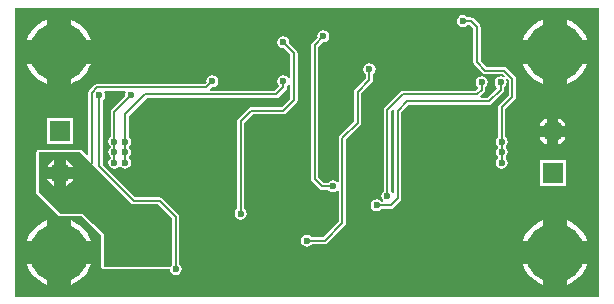
<source format=gbl>
G04*
G04 #@! TF.GenerationSoftware,Altium Limited,Altium Designer,19.1.6 (110)*
G04*
G04 Layer_Physical_Order=2*
G04 Layer_Color=16711680*
%FSLAX43Y43*%
%MOMM*%
G71*
G01*
G75*
%ADD11C,0.200*%
%ADD52C,1.800*%
%ADD53R,1.800X1.800*%
%ADD54C,5.000*%
%ADD55C,0.600*%
G36*
X49745Y255D02*
X255D01*
Y24745D01*
X49745D01*
Y255D01*
D02*
G37*
%LPC*%
G36*
X47000Y23725D02*
Y22000D01*
X48725D01*
X48592Y22321D01*
X48353Y22710D01*
X48057Y23057D01*
X47710Y23353D01*
X47321Y23592D01*
X47000Y23725D01*
D02*
G37*
G36*
X45000D02*
X44679Y23592D01*
X44290Y23353D01*
X43943Y23057D01*
X43647Y22710D01*
X43408Y22321D01*
X43275Y22000D01*
X45000D01*
Y23725D01*
D02*
G37*
G36*
X5000D02*
Y22000D01*
X6725D01*
X6592Y22321D01*
X6353Y22710D01*
X6057Y23057D01*
X5710Y23353D01*
X5321Y23592D01*
X5000Y23725D01*
D02*
G37*
G36*
X3000D02*
X2679Y23592D01*
X2290Y23353D01*
X1943Y23057D01*
X1647Y22710D01*
X1408Y22321D01*
X1275Y22000D01*
X3000D01*
Y23725D01*
D02*
G37*
G36*
X26400Y22810D02*
X26205Y22771D01*
X26040Y22660D01*
X25929Y22495D01*
X25890Y22300D01*
X25903Y22236D01*
X25434Y21766D01*
X25367Y21667D01*
X25344Y21550D01*
X25344Y21550D01*
Y10250D01*
X25344Y10250D01*
X25367Y10133D01*
X25434Y10034D01*
X26084Y9384D01*
X26183Y9317D01*
X26300Y9294D01*
X26300Y9294D01*
X26803D01*
X26840Y9240D01*
X27005Y9129D01*
X27200Y9090D01*
X27395Y9129D01*
X27560Y9240D01*
X27567Y9249D01*
X27694Y9211D01*
Y6627D01*
X26373Y5306D01*
X25397D01*
X25360Y5360D01*
X25195Y5471D01*
X25000Y5510D01*
X24805Y5471D01*
X24640Y5360D01*
X24529Y5195D01*
X24490Y5000D01*
X24529Y4805D01*
X24640Y4640D01*
X24805Y4529D01*
X25000Y4490D01*
X25195Y4529D01*
X25360Y4640D01*
X25397Y4694D01*
X26500D01*
X26500Y4694D01*
X26617Y4717D01*
X26716Y4784D01*
X28216Y6284D01*
X28216Y6284D01*
X28283Y6383D01*
X28306Y6500D01*
Y13573D01*
X29516Y14784D01*
X29583Y14883D01*
X29606Y15000D01*
Y17473D01*
X30516Y18384D01*
X30516Y18384D01*
X30583Y18483D01*
X30606Y18600D01*
Y19103D01*
X30660Y19140D01*
X30771Y19305D01*
X30810Y19500D01*
X30771Y19695D01*
X30660Y19860D01*
X30495Y19971D01*
X30300Y20010D01*
X30105Y19971D01*
X29940Y19860D01*
X29829Y19695D01*
X29790Y19500D01*
X29829Y19305D01*
X29940Y19140D01*
X29994Y19103D01*
Y18727D01*
X29084Y17816D01*
X29017Y17717D01*
X28994Y17600D01*
X28994Y17600D01*
Y15127D01*
X27784Y13916D01*
X27717Y13817D01*
X27694Y13700D01*
X27694Y13700D01*
Y9989D01*
X27567Y9951D01*
X27560Y9960D01*
X27395Y10071D01*
X27200Y10110D01*
X27005Y10071D01*
X26840Y9960D01*
X26803Y9906D01*
X26427D01*
X25956Y10377D01*
Y21423D01*
X26336Y21803D01*
X26400Y21790D01*
X26595Y21829D01*
X26760Y21940D01*
X26871Y22105D01*
X26910Y22300D01*
X26871Y22495D01*
X26760Y22660D01*
X26595Y22771D01*
X26400Y22810D01*
D02*
G37*
G36*
X38200Y24110D02*
X38005Y24071D01*
X37840Y23960D01*
X37729Y23795D01*
X37690Y23600D01*
X37729Y23405D01*
X37840Y23240D01*
X38005Y23129D01*
X38200Y23090D01*
X38395Y23129D01*
X38560Y23240D01*
X38597Y23294D01*
X38773D01*
X39094Y22973D01*
Y20100D01*
X39094Y20100D01*
X39117Y19983D01*
X39184Y19884D01*
X39884Y19184D01*
X39884Y19184D01*
X39983Y19117D01*
X40100Y19094D01*
X40100Y19094D01*
X41573D01*
X41742Y18926D01*
X41661Y18827D01*
X41595Y18871D01*
X41400Y18910D01*
X41205Y18871D01*
X41040Y18760D01*
X40929Y18595D01*
X40890Y18400D01*
X40929Y18205D01*
X41040Y18040D01*
X41047Y18034D01*
X41058Y17891D01*
X40273Y17106D01*
X39718D01*
X39665Y17233D01*
X40016Y17584D01*
X40016Y17584D01*
X40083Y17683D01*
X40106Y17800D01*
Y18003D01*
X40160Y18040D01*
X40271Y18205D01*
X40310Y18400D01*
X40271Y18595D01*
X40160Y18760D01*
X39995Y18871D01*
X39800Y18910D01*
X39605Y18871D01*
X39440Y18760D01*
X39329Y18595D01*
X39290Y18400D01*
X39329Y18205D01*
X39440Y18040D01*
X39447Y18034D01*
X39458Y17891D01*
X39273Y17706D01*
X33100D01*
X32983Y17683D01*
X32884Y17616D01*
X31584Y16316D01*
X31517Y16217D01*
X31494Y16100D01*
X31494Y16100D01*
Y9197D01*
X31440Y9160D01*
X31329Y8995D01*
X31290Y8800D01*
X31329Y8605D01*
X31440Y8440D01*
X31449Y8433D01*
X31414Y8317D01*
X31292Y8313D01*
X31260Y8360D01*
X31095Y8471D01*
X30900Y8510D01*
X30705Y8471D01*
X30540Y8360D01*
X30429Y8195D01*
X30390Y8000D01*
X30429Y7805D01*
X30540Y7640D01*
X30705Y7529D01*
X30900Y7490D01*
X31095Y7529D01*
X31260Y7640D01*
X31297Y7694D01*
X32100D01*
X32100Y7694D01*
X32217Y7717D01*
X32316Y7784D01*
X32916Y8384D01*
X32983Y8483D01*
X33006Y8600D01*
X33006Y8600D01*
Y15873D01*
X33627Y16494D01*
X40400D01*
X40400Y16494D01*
X40517Y16517D01*
X40616Y16584D01*
X41616Y17584D01*
X41616Y17584D01*
X41683Y17683D01*
X41706Y17800D01*
Y18003D01*
X41760Y18040D01*
X41871Y18205D01*
X41910Y18400D01*
X41871Y18595D01*
X41827Y18661D01*
X41926Y18742D01*
X42094Y18573D01*
Y17327D01*
X41284Y16516D01*
X41217Y16417D01*
X41194Y16300D01*
X41194Y16300D01*
Y13797D01*
X41140Y13760D01*
X41029Y13595D01*
X40990Y13400D01*
X41029Y13205D01*
X41140Y13040D01*
X41178Y13013D01*
Y12887D01*
X41140Y12860D01*
X41029Y12695D01*
X40990Y12500D01*
X41029Y12305D01*
X41140Y12140D01*
X41178Y12113D01*
Y11987D01*
X41140Y11960D01*
X41029Y11795D01*
X40990Y11600D01*
X41029Y11405D01*
X41140Y11240D01*
X41305Y11129D01*
X41500Y11090D01*
X41695Y11129D01*
X41860Y11240D01*
X41971Y11405D01*
X42010Y11600D01*
X41971Y11795D01*
X41860Y11960D01*
X41822Y11987D01*
Y12113D01*
X41860Y12140D01*
X41971Y12305D01*
X42010Y12500D01*
X41971Y12695D01*
X41860Y12860D01*
X41822Y12887D01*
Y13013D01*
X41860Y13040D01*
X41971Y13205D01*
X42010Y13400D01*
X41971Y13595D01*
X41860Y13760D01*
X41806Y13797D01*
Y16173D01*
X42616Y16984D01*
X42616Y16984D01*
X42683Y17083D01*
X42706Y17200D01*
Y18700D01*
X42683Y18817D01*
X42616Y18916D01*
X41916Y19616D01*
X41817Y19683D01*
X41700Y19706D01*
X41700Y19706D01*
X40227D01*
X39706Y20227D01*
Y23100D01*
X39683Y23217D01*
X39616Y23316D01*
X39616Y23316D01*
X39116Y23816D01*
X39017Y23883D01*
X38900Y23906D01*
X38900Y23906D01*
X38597D01*
X38560Y23960D01*
X38395Y24071D01*
X38200Y24110D01*
D02*
G37*
G36*
X23000Y22310D02*
X22805Y22271D01*
X22640Y22160D01*
X22529Y21995D01*
X22490Y21800D01*
X22529Y21605D01*
X22640Y21440D01*
X22805Y21329D01*
X23000Y21290D01*
X23064Y21303D01*
X23594Y20773D01*
Y18742D01*
X23477Y18699D01*
X23467Y18701D01*
X23360Y18860D01*
X23195Y18971D01*
X23000Y19010D01*
X22805Y18971D01*
X22640Y18860D01*
X22529Y18695D01*
X22490Y18500D01*
X22529Y18305D01*
X22640Y18140D01*
X22646Y18078D01*
X22273Y17706D01*
X16818D01*
X16765Y17833D01*
X16936Y18003D01*
X17000Y17990D01*
X17195Y18029D01*
X17360Y18140D01*
X17471Y18305D01*
X17510Y18500D01*
X17471Y18695D01*
X17360Y18860D01*
X17195Y18971D01*
X17000Y19010D01*
X16805Y18971D01*
X16640Y18860D01*
X16529Y18695D01*
X16490Y18500D01*
X16503Y18436D01*
X16373Y18306D01*
X7251D01*
X7251Y18306D01*
X7134Y18283D01*
X7035Y18216D01*
X7035Y18216D01*
X6584Y17765D01*
X6517Y17666D01*
X6494Y17549D01*
X6494Y17549D01*
Y12260D01*
X6377Y12212D01*
X5944Y12644D01*
X5944Y12644D01*
X5878Y12688D01*
X5800Y12704D01*
X2300D01*
X2222Y12688D01*
X2156Y12644D01*
X2112Y12578D01*
X2096Y12500D01*
X2096Y9000D01*
X2097Y8996D01*
X2096Y8992D01*
X2105Y8957D01*
X2112Y8922D01*
X2114Y8918D01*
X2115Y8914D01*
X2136Y8885D01*
X2156Y8856D01*
X2159Y8853D01*
X2162Y8850D01*
X4043Y7120D01*
X4074Y7100D01*
X4105Y7080D01*
X4108Y7080D01*
X4111Y7078D01*
X4147Y7073D01*
X4183Y7066D01*
X5845Y7085D01*
X7596Y5509D01*
X7596Y2800D01*
X7612Y2722D01*
X7656Y2656D01*
X7722Y2612D01*
X7800Y2596D01*
X13391D01*
X13429Y2405D01*
X13540Y2240D01*
X13705Y2129D01*
X13900Y2090D01*
X14095Y2129D01*
X14260Y2240D01*
X14371Y2405D01*
X14410Y2600D01*
X14371Y2795D01*
X14260Y2960D01*
X14206Y2997D01*
Y7025D01*
X14206Y7025D01*
X14183Y7142D01*
X14116Y7241D01*
X12766Y8591D01*
X12667Y8658D01*
X12550Y8681D01*
X12550Y8681D01*
X10452D01*
X7706Y11427D01*
Y16903D01*
X7760Y16940D01*
X7871Y17105D01*
X7910Y17300D01*
X7871Y17495D01*
X7823Y17567D01*
X7891Y17694D01*
X9609D01*
X9677Y17567D01*
X9629Y17495D01*
X9590Y17300D01*
X9603Y17236D01*
X8484Y16116D01*
X8417Y16017D01*
X8394Y15900D01*
X8394Y15900D01*
Y13797D01*
X8340Y13760D01*
X8229Y13595D01*
X8190Y13400D01*
X8229Y13205D01*
X8340Y13040D01*
X8378Y13013D01*
Y12887D01*
X8340Y12860D01*
X8229Y12695D01*
X8190Y12500D01*
X8229Y12305D01*
X8340Y12140D01*
X8378Y12113D01*
Y11987D01*
X8340Y11960D01*
X8229Y11795D01*
X8190Y11600D01*
X8229Y11405D01*
X8340Y11240D01*
X8505Y11129D01*
X8700Y11090D01*
X8895Y11129D01*
X9060Y11240D01*
X9087Y11278D01*
X9214D01*
X9240Y11240D01*
X9405Y11129D01*
X9600Y11090D01*
X9795Y11129D01*
X9960Y11240D01*
X10071Y11405D01*
X10110Y11600D01*
X10071Y11795D01*
X9960Y11960D01*
X9922Y11987D01*
Y12113D01*
X9960Y12140D01*
X10071Y12305D01*
X10110Y12500D01*
X10071Y12695D01*
X9960Y12860D01*
X9922Y12887D01*
Y13013D01*
X9960Y13040D01*
X10071Y13205D01*
X10110Y13400D01*
X10071Y13595D01*
X9960Y13760D01*
X9906Y13797D01*
Y15573D01*
X11427Y17094D01*
X22400D01*
X22400Y17094D01*
X22517Y17117D01*
X22616Y17184D01*
X23216Y17784D01*
X23216Y17784D01*
X23283Y17883D01*
X23306Y18000D01*
X23306Y18000D01*
Y18103D01*
X23360Y18140D01*
X23467Y18299D01*
X23477Y18301D01*
X23594Y18258D01*
Y17027D01*
X22873Y16306D01*
X20300D01*
X20300Y16306D01*
X20183Y16283D01*
X20084Y16216D01*
X20084Y16216D01*
X19184Y15316D01*
X19117Y15217D01*
X19094Y15100D01*
X19094Y15100D01*
Y7697D01*
X19040Y7660D01*
X18929Y7495D01*
X18890Y7300D01*
X18929Y7105D01*
X19040Y6940D01*
X19205Y6829D01*
X19400Y6790D01*
X19595Y6829D01*
X19760Y6940D01*
X19871Y7105D01*
X19910Y7300D01*
X19871Y7495D01*
X19760Y7660D01*
X19706Y7697D01*
Y14973D01*
X20427Y15694D01*
X23000D01*
X23000Y15694D01*
X23117Y15717D01*
X23216Y15784D01*
X24116Y16684D01*
X24116Y16684D01*
X24183Y16783D01*
X24206Y16900D01*
X24206Y16900D01*
Y20900D01*
X24206Y20900D01*
X24183Y21017D01*
X24116Y21116D01*
X24116Y21116D01*
X23497Y21736D01*
X23510Y21800D01*
X23471Y21995D01*
X23360Y22160D01*
X23195Y22271D01*
X23000Y22310D01*
D02*
G37*
G36*
X48725Y20000D02*
X47000D01*
Y18275D01*
X47321Y18408D01*
X47710Y18647D01*
X48057Y18943D01*
X48353Y19290D01*
X48592Y19679D01*
X48725Y20000D01*
D02*
G37*
G36*
X45000D02*
X43275D01*
X43408Y19679D01*
X43647Y19290D01*
X43943Y18943D01*
X44290Y18647D01*
X44679Y18408D01*
X45000Y18275D01*
Y20000D01*
D02*
G37*
G36*
X6725D02*
X5000D01*
Y18275D01*
X5321Y18408D01*
X5710Y18647D01*
X6057Y18943D01*
X6353Y19290D01*
X6592Y19679D01*
X6725Y20000D01*
D02*
G37*
G36*
X3000D02*
X1275D01*
X1408Y19679D01*
X1647Y19290D01*
X1943Y18943D01*
X2290Y18647D01*
X2679Y18408D01*
X3000Y18275D01*
Y20000D01*
D02*
G37*
G36*
X46300Y15342D02*
Y14750D01*
X46892D01*
X46848Y14855D01*
X46656Y15106D01*
X46405Y15298D01*
X46300Y15342D01*
D02*
G37*
G36*
X45300D02*
X45195Y15298D01*
X44944Y15106D01*
X44752Y14855D01*
X44708Y14750D01*
X45300D01*
Y15342D01*
D02*
G37*
G36*
X46892Y13750D02*
X46300D01*
Y13158D01*
X46405Y13202D01*
X46656Y13394D01*
X46848Y13645D01*
X46892Y13750D01*
D02*
G37*
G36*
X45300D02*
X44708D01*
X44752Y13645D01*
X44944Y13394D01*
X45195Y13202D01*
X45300Y13158D01*
Y13750D01*
D02*
G37*
G36*
X5225Y15350D02*
X3025D01*
Y13150D01*
X5225D01*
Y15350D01*
D02*
G37*
G36*
X46900Y11850D02*
X44700D01*
Y9650D01*
X46900D01*
Y11850D01*
D02*
G37*
G36*
X47000Y6725D02*
Y5000D01*
X48725D01*
X48592Y5321D01*
X48353Y5710D01*
X48057Y6057D01*
X47710Y6353D01*
X47321Y6592D01*
X47000Y6725D01*
D02*
G37*
G36*
X45000D02*
X44679Y6592D01*
X44290Y6353D01*
X43943Y6057D01*
X43647Y5710D01*
X43408Y5321D01*
X43275Y5000D01*
X45000D01*
Y6725D01*
D02*
G37*
G36*
X5000D02*
Y5000D01*
X6725D01*
X6592Y5321D01*
X6353Y5710D01*
X6057Y6057D01*
X5710Y6353D01*
X5321Y6592D01*
X5000Y6725D01*
D02*
G37*
G36*
X3000D02*
X2679Y6592D01*
X2290Y6353D01*
X1943Y6057D01*
X1647Y5710D01*
X1408Y5321D01*
X1275Y5000D01*
X3000D01*
Y6725D01*
D02*
G37*
G36*
X48725Y3000D02*
X47000D01*
Y1275D01*
X47321Y1408D01*
X47710Y1647D01*
X48057Y1943D01*
X48353Y2290D01*
X48592Y2679D01*
X48725Y3000D01*
D02*
G37*
G36*
X45000D02*
X43275D01*
X43408Y2679D01*
X43647Y2290D01*
X43943Y1943D01*
X44290Y1647D01*
X44679Y1408D01*
X45000Y1275D01*
Y3000D01*
D02*
G37*
G36*
X6725D02*
X5000D01*
Y1275D01*
X5321Y1408D01*
X5710Y1647D01*
X6057Y1943D01*
X6353Y2290D01*
X6592Y2679D01*
X6725Y3000D01*
D02*
G37*
G36*
X3000D02*
X1275D01*
X1408Y2679D01*
X1647Y2290D01*
X1943Y1943D01*
X2290Y1647D01*
X2679Y1408D01*
X3000Y1275D01*
Y3000D01*
D02*
G37*
%LPD*%
G36*
X32290Y16126D02*
X32394Y16000D01*
X32394Y16000D01*
Y9042D01*
X32277Y8999D01*
X32267Y9001D01*
X32160Y9160D01*
X32106Y9197D01*
Y15973D01*
X32263Y16130D01*
X32290Y16126D01*
D02*
G37*
G36*
X7000Y11300D02*
X7118Y11182D01*
X7184Y11084D01*
X10109Y8159D01*
X10109Y8159D01*
X10208Y8092D01*
X10325Y8069D01*
X10325Y8069D01*
X12423D01*
X13594Y6898D01*
Y2997D01*
X13540Y2960D01*
X13432Y2800D01*
X7800D01*
X7800Y5600D01*
X5922Y7290D01*
X4181Y7270D01*
X2300Y9000D01*
X2300Y12500D01*
X5800D01*
X7000Y11300D01*
D02*
G37*
%LPC*%
G36*
X4625Y11842D02*
Y11250D01*
X5217D01*
X5173Y11355D01*
X4981Y11606D01*
X4730Y11798D01*
X4625Y11842D01*
D02*
G37*
G36*
X3625D02*
X3520Y11798D01*
X3269Y11606D01*
X3077Y11355D01*
X3033Y11250D01*
X3625D01*
Y11842D01*
D02*
G37*
G36*
X5217Y10250D02*
X4625D01*
Y9658D01*
X4730Y9702D01*
X4981Y9894D01*
X5173Y10145D01*
X5217Y10250D01*
D02*
G37*
G36*
X3625D02*
X3033D01*
X3077Y10145D01*
X3269Y9894D01*
X3520Y9702D01*
X3625Y9658D01*
Y10250D01*
D02*
G37*
%LPD*%
D11*
X42400Y17200D02*
Y18700D01*
X41500Y16300D02*
X42400Y17200D01*
X41500Y13400D02*
Y16300D01*
X41700Y19400D02*
X42400Y18700D01*
X40100Y19400D02*
X41700D01*
X39400Y20100D02*
X40100Y19400D01*
X39400Y20100D02*
Y23100D01*
X38900Y23600D02*
X39400Y23100D01*
X38200Y23600D02*
X38900D01*
X39400Y17400D02*
X39800Y17800D01*
X33100Y17400D02*
X39400D01*
X31800Y16100D02*
X33100Y17400D01*
X32700Y16000D02*
X33500Y16800D01*
X32700Y8600D02*
Y16000D01*
X40400Y16800D02*
X41400Y17800D01*
X33500Y16800D02*
X40400D01*
X32100Y8000D02*
X32700Y8600D01*
X30900Y8000D02*
X32100D01*
X31800Y8800D02*
Y16100D01*
X39800Y17800D02*
Y18400D01*
X41400Y17800D02*
Y18400D01*
X41500Y11600D02*
Y12500D01*
Y13400D01*
X26300Y9600D02*
X27200D01*
X25650Y10250D02*
X26300Y9600D01*
X25650Y10250D02*
Y21550D01*
X26400Y22300D01*
X7251Y18000D02*
X16500D01*
X6800Y17549D02*
X7251Y18000D01*
X6800Y11600D02*
Y17549D01*
X9600Y15700D02*
X11300Y17400D01*
X9600Y13400D02*
Y15700D01*
X11300Y17400D02*
X22400D01*
X8700Y12500D02*
Y13400D01*
Y15900D01*
X10100Y17300D01*
X7400Y11300D02*
X10325Y8375D01*
X7400Y11300D02*
Y17300D01*
X22400Y17400D02*
X23000Y18000D01*
X16500D02*
X17000Y18500D01*
X4125Y10750D02*
X5950D01*
X6800Y11600D01*
X9600Y12500D02*
Y13400D01*
Y11600D02*
Y12500D01*
X8700Y11600D02*
Y12500D01*
X10325Y8375D02*
X12550D01*
X13900Y2600D02*
Y7025D01*
X12550Y8375D02*
X13900Y7025D01*
X23000Y18000D02*
Y18500D01*
X19400Y7300D02*
Y15100D01*
X20300Y16000D01*
X23000D01*
X23900Y16900D01*
Y20900D01*
X23000Y21800D02*
X23900Y20900D01*
X26500Y5000D02*
X28000Y6500D01*
X25000Y5000D02*
X26500D01*
X28000Y6500D02*
Y13700D01*
X29300Y15000D01*
Y17600D01*
X30300Y18600D01*
Y19500D01*
D52*
X4125Y10750D02*
D03*
X45800Y14250D02*
D03*
D53*
X4125D02*
D03*
X45800Y10750D02*
D03*
D54*
X4000Y4000D02*
D03*
X46000D02*
D03*
Y21000D02*
D03*
X4000D02*
D03*
D55*
X39000Y19200D02*
D03*
X38900Y15200D02*
D03*
X33900Y9800D02*
D03*
X34300Y9000D02*
D03*
X31800Y8800D02*
D03*
X38500Y16000D02*
D03*
X30900Y8000D02*
D03*
X36400Y9000D02*
D03*
X38400Y9000D02*
D03*
X38900Y9800D02*
D03*
X38200Y23600D02*
D03*
X41500Y12500D02*
D03*
Y13400D02*
D03*
Y11600D02*
D03*
X26600Y15000D02*
D03*
X31500Y19200D02*
D03*
X30900Y16800D02*
D03*
X37000Y18300D02*
D03*
X15900Y15300D02*
D03*
X48750Y15000D02*
D03*
Y10000D02*
D03*
X43750Y15000D02*
D03*
X42500Y7500D02*
D03*
Y2500D02*
D03*
X41250Y5000D02*
D03*
X38750D02*
D03*
X35000Y2500D02*
D03*
X30000D02*
D03*
X27500Y17500D02*
D03*
Y2500D02*
D03*
X25000Y17500D02*
D03*
Y7500D02*
D03*
Y2500D02*
D03*
X22500Y7500D02*
D03*
Y2500D02*
D03*
X21250Y15000D02*
D03*
Y10000D02*
D03*
X20000Y2500D02*
D03*
X18750Y15000D02*
D03*
Y10000D02*
D03*
X15000Y2500D02*
D03*
X13750Y20000D02*
D03*
X7500Y22500D02*
D03*
X27200Y9600D02*
D03*
X26400Y22300D02*
D03*
X8700Y13400D02*
D03*
X10100Y17300D02*
D03*
X7400Y17300D02*
D03*
X17000Y18500D02*
D03*
X13900Y2600D02*
D03*
X8700Y12500D02*
D03*
X9600Y11600D02*
D03*
Y13400D02*
D03*
Y12500D02*
D03*
X8700Y11600D02*
D03*
X10600Y4775D02*
D03*
X9700Y3875D02*
D03*
X10600D02*
D03*
X9700Y5675D02*
D03*
X10600D02*
D03*
X12400D02*
D03*
Y6575D02*
D03*
X11500Y5675D02*
D03*
Y6575D02*
D03*
X8800Y3875D02*
D03*
X12400Y4775D02*
D03*
X8800Y6575D02*
D03*
X10600D02*
D03*
X9700D02*
D03*
Y4775D02*
D03*
X8800Y5675D02*
D03*
Y4775D02*
D03*
X12400Y3875D02*
D03*
X11500Y4775D02*
D03*
Y3875D02*
D03*
X34300Y16000D02*
D03*
X36400D02*
D03*
X11000Y15300D02*
D03*
X11400Y16000D02*
D03*
X15500D02*
D03*
X13500D02*
D03*
X11000Y9800D02*
D03*
X16000D02*
D03*
X11400Y9000D02*
D03*
X15600D02*
D03*
X13500D02*
D03*
X19400Y7300D02*
D03*
X23000Y18500D02*
D03*
Y21800D02*
D03*
X25000Y5000D02*
D03*
X39800Y18400D02*
D03*
X41400D02*
D03*
X29000Y13000D02*
D03*
Y12000D02*
D03*
X30000Y13000D02*
D03*
Y12000D02*
D03*
X30300Y19500D02*
D03*
M02*

</source>
